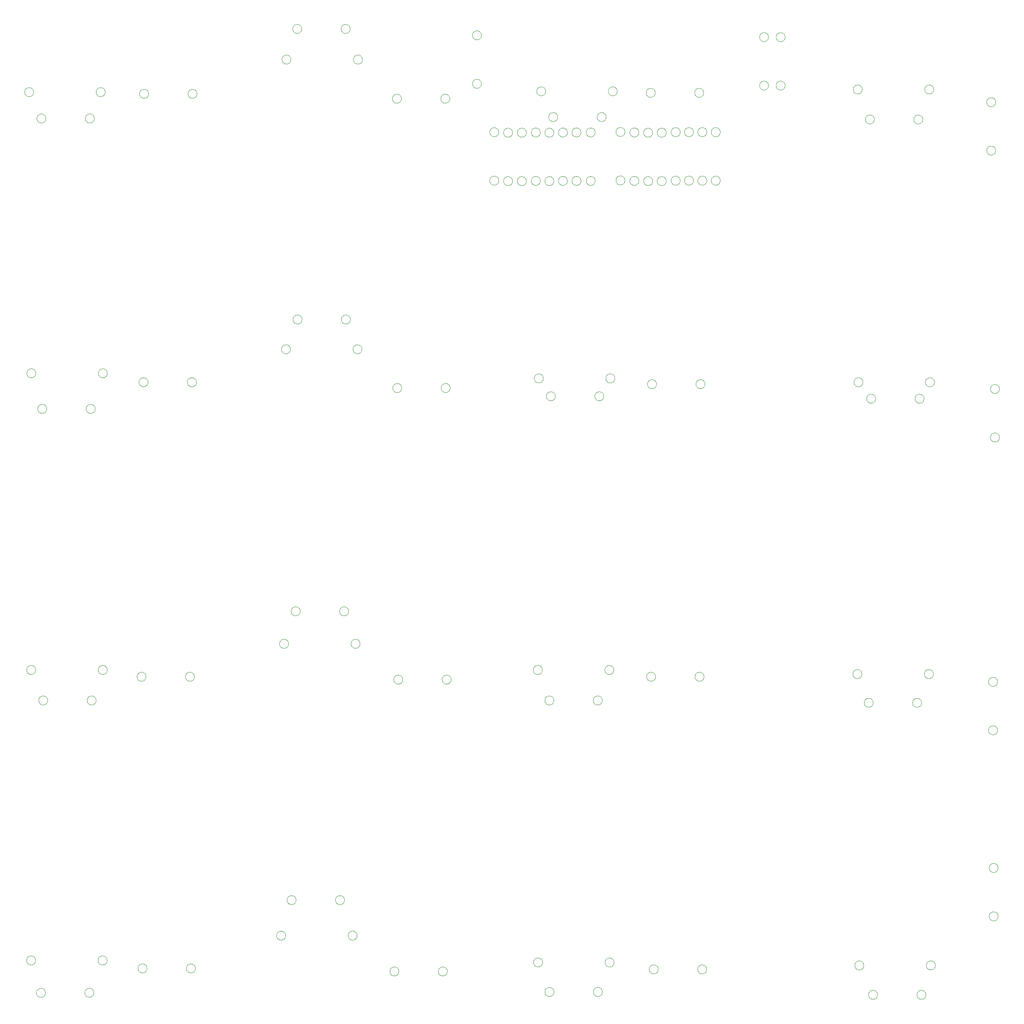
<source format=gbr>
G04 #@! TF.FileFunction,Legend,Bot*
%FSLAX46Y46*%
G04 Gerber Fmt 4.6, Leading zero omitted, Abs format (unit mm)*
G04 Created by KiCad (PCBNEW 0.201502231246+5447~21~ubuntu14.04.1-product) date Thu 19 Mar 2015 19:56:55 AEDT*
%MOMM*%
G01*
G04 APERTURE LIST*
%ADD10C,0.100000*%
G04 APERTURE END LIST*
D10*
X219185890Y-156261000D02*
G75*
G03X219185890Y-156261000I-949490J0D01*
G01*
X229345890Y-156261000D02*
G75*
G03X229345890Y-156261000I-949490J0D01*
G01*
X54899090Y27559000D02*
G75*
G03X54899090Y27559000I-949490J0D01*
G01*
X44739090Y27559000D02*
G75*
G03X44739090Y27559000I-949490J0D01*
G01*
X108569290Y46355000D02*
G75*
G03X108569290Y46355000I-949490J0D01*
G01*
X98409290Y46355000D02*
G75*
G03X98409290Y46355000I-949490J0D01*
G01*
X152104890Y27863800D02*
G75*
G03X152104890Y27863800I-949490J0D01*
G01*
X162264890Y27863800D02*
G75*
G03X162264890Y27863800I-949490J0D01*
G01*
X218525890Y27355800D02*
G75*
G03X218525890Y27355800I-949490J0D01*
G01*
X228685890Y27355800D02*
G75*
G03X228685890Y27355800I-949490J0D01*
G01*
X55076890Y-33350200D02*
G75*
G03X55076890Y-33350200I-949490J0D01*
G01*
X44916890Y-33350200D02*
G75*
G03X44916890Y-33350200I-949490J0D01*
G01*
X108620090Y-14605000D02*
G75*
G03X108620090Y-14605000I-949490J0D01*
G01*
X98460090Y-14605000D02*
G75*
G03X98460090Y-14605000I-949490J0D01*
G01*
X151596890Y-30708600D02*
G75*
G03X151596890Y-30708600I-949490J0D01*
G01*
X161756890Y-30708600D02*
G75*
G03X161756890Y-30708600I-949490J0D01*
G01*
X218779890Y-31216600D02*
G75*
G03X218779890Y-31216600I-949490J0D01*
G01*
X228939890Y-31216600D02*
G75*
G03X228939890Y-31216600I-949490J0D01*
G01*
X55280090Y-94513400D02*
G75*
G03X55280090Y-94513400I-949490J0D01*
G01*
X45120090Y-94513400D02*
G75*
G03X45120090Y-94513400I-949490J0D01*
G01*
X108239090Y-75819000D02*
G75*
G03X108239090Y-75819000I-949490J0D01*
G01*
X98079090Y-75819000D02*
G75*
G03X98079090Y-75819000I-949490J0D01*
G01*
X151291890Y-94513400D02*
G75*
G03X151291890Y-94513400I-949490J0D01*
G01*
X161451890Y-94513400D02*
G75*
G03X161451890Y-94513400I-949490J0D01*
G01*
X218271890Y-94996000D02*
G75*
G03X218271890Y-94996000I-949490J0D01*
G01*
X228431890Y-94996000D02*
G75*
G03X228431890Y-94996000I-949490J0D01*
G01*
X97215490Y-136398000D02*
G75*
G03X97215490Y-136398000I-949490J0D01*
G01*
X107375490Y-136398000D02*
G75*
G03X107375490Y-136398000I-949490J0D01*
G01*
X44637490Y-155829000D02*
G75*
G03X44637490Y-155829000I-949490J0D01*
G01*
X54797490Y-155829000D02*
G75*
G03X54797490Y-155829000I-949490J0D01*
G01*
X161477890Y-155651000D02*
G75*
G03X161477890Y-155651000I-949490J0D01*
G01*
X151317890Y-155651000D02*
G75*
G03X151317890Y-155651000I-949490J0D01*
G01*
X136102890Y34848800D02*
G75*
G03X136102890Y34848800I-949490J0D01*
G01*
X136102890Y45008800D02*
G75*
G03X136102890Y45008800I-949490J0D01*
G01*
X76438290Y32740600D02*
G75*
G03X76438290Y32740600I-949490J0D01*
G01*
X66278290Y32740600D02*
G75*
G03X66278290Y32740600I-949490J0D01*
G01*
X129473490Y31724600D02*
G75*
G03X129473490Y31724600I-949490J0D01*
G01*
X119313490Y31724600D02*
G75*
G03X119313490Y31724600I-949490J0D01*
G01*
X172551890Y32943800D02*
G75*
G03X172551890Y32943800I-949490J0D01*
G01*
X182711890Y32943800D02*
G75*
G03X182711890Y32943800I-949490J0D01*
G01*
X243976890Y20828000D02*
G75*
G03X243976890Y20828000I-949490J0D01*
G01*
X243976890Y30988000D02*
G75*
G03X243976890Y30988000I-949490J0D01*
G01*
X76311290Y-27762200D02*
G75*
G03X76311290Y-27762200I-949490J0D01*
G01*
X66151290Y-27762200D02*
G75*
G03X66151290Y-27762200I-949490J0D01*
G01*
X129549690Y-28981400D02*
G75*
G03X129549690Y-28981400I-949490J0D01*
G01*
X119389690Y-28981400D02*
G75*
G03X119389690Y-28981400I-949490J0D01*
G01*
X172830890Y-28168600D02*
G75*
G03X172830890Y-28168600I-949490J0D01*
G01*
X182990890Y-28168600D02*
G75*
G03X182990890Y-28168600I-949490J0D01*
G01*
X244763890Y-39344600D02*
G75*
G03X244763890Y-39344600I-949490J0D01*
G01*
X244763890Y-29184600D02*
G75*
G03X244763890Y-29184600I-949490J0D01*
G01*
X75904890Y-89535000D02*
G75*
G03X75904890Y-89535000I-949490J0D01*
G01*
X65744890Y-89535000D02*
G75*
G03X65744890Y-89535000I-949490J0D01*
G01*
X129752890Y-90144600D02*
G75*
G03X129752890Y-90144600I-949490J0D01*
G01*
X119592890Y-90144600D02*
G75*
G03X119592890Y-90144600I-949490J0D01*
G01*
X172627890Y-89535000D02*
G75*
G03X172627890Y-89535000I-949490J0D01*
G01*
X182787890Y-89535000D02*
G75*
G03X182787890Y-89535000I-949490J0D01*
G01*
X244357890Y-100761800D02*
G75*
G03X244357890Y-100761800I-949490J0D01*
G01*
X244357890Y-90601800D02*
G75*
G03X244357890Y-90601800I-949490J0D01*
G01*
X76108090Y-150724000D02*
G75*
G03X76108090Y-150724000I-949490J0D01*
G01*
X65948090Y-150724000D02*
G75*
G03X65948090Y-150724000I-949490J0D01*
G01*
X128940090Y-151359000D02*
G75*
G03X128940090Y-151359000I-949490J0D01*
G01*
X118780090Y-151359000D02*
G75*
G03X118780090Y-151359000I-949490J0D01*
G01*
X173186890Y-150927000D02*
G75*
G03X173186890Y-150927000I-949490J0D01*
G01*
X183346890Y-150927000D02*
G75*
G03X183346890Y-150927000I-949490J0D01*
G01*
X244484890Y-129642000D02*
G75*
G03X244484890Y-129642000I-949490J0D01*
G01*
X244484890Y-139802000D02*
G75*
G03X244484890Y-139802000I-949490J0D01*
G01*
X183371890Y24688800D02*
G75*
G03X183371890Y24688800I-949490J0D01*
G01*
X183371890Y14528800D02*
G75*
G03X183371890Y14528800I-949490J0D01*
G01*
X177783890Y24688800D02*
G75*
G03X177783890Y24688800I-949490J0D01*
G01*
X177783890Y14528800D02*
G75*
G03X177783890Y14528800I-949490J0D01*
G01*
X172018890Y24587200D02*
G75*
G03X172018890Y24587200I-949490J0D01*
G01*
X172018890Y14427200D02*
G75*
G03X172018890Y14427200I-949490J0D01*
G01*
X166201890Y24739600D02*
G75*
G03X166201890Y24739600I-949490J0D01*
G01*
X166201890Y14579600D02*
G75*
G03X166201890Y14579600I-949490J0D01*
G01*
X156981890Y24638000D02*
G75*
G03X156981890Y24638000I-949490J0D01*
G01*
X156981890Y14478000D02*
G75*
G03X156981890Y14478000I-949490J0D01*
G01*
X151291890Y24587200D02*
G75*
G03X151291890Y24587200I-949490J0D01*
G01*
X151291890Y14427200D02*
G75*
G03X151291890Y14427200I-949490J0D01*
G01*
X145525890Y24587200D02*
G75*
G03X145525890Y24587200I-949490J0D01*
G01*
X145525890Y14427200D02*
G75*
G03X145525890Y14427200I-949490J0D01*
G01*
X139734890Y24688800D02*
G75*
G03X139734890Y24688800I-949490J0D01*
G01*
X139734890Y14528800D02*
G75*
G03X139734890Y14528800I-949490J0D01*
G01*
X180577890Y24688800D02*
G75*
G03X180577890Y24688800I-949490J0D01*
G01*
X180577890Y14528800D02*
G75*
G03X180577890Y14528800I-949490J0D01*
G01*
X186191890Y24688800D02*
G75*
G03X186191890Y24688800I-949490J0D01*
G01*
X186191890Y14528800D02*
G75*
G03X186191890Y14528800I-949490J0D01*
G01*
X174862890Y24587200D02*
G75*
G03X174862890Y24587200I-949490J0D01*
G01*
X174862890Y14427200D02*
G75*
G03X174862890Y14427200I-949490J0D01*
G01*
X169122890Y24638000D02*
G75*
G03X169122890Y24638000I-949490J0D01*
G01*
X169122890Y14478000D02*
G75*
G03X169122890Y14478000I-949490J0D01*
G01*
X159953890Y24638000D02*
G75*
G03X159953890Y24638000I-949490J0D01*
G01*
X159953890Y14478000D02*
G75*
G03X159953890Y14478000I-949490J0D01*
G01*
X154136890Y24638000D02*
G75*
G03X154136890Y24638000I-949490J0D01*
G01*
X154136890Y14478000D02*
G75*
G03X154136890Y14478000I-949490J0D01*
G01*
X148446890Y24638000D02*
G75*
G03X148446890Y24638000I-949490J0D01*
G01*
X148446890Y14478000D02*
G75*
G03X148446890Y14478000I-949490J0D01*
G01*
X142630890Y24587200D02*
G75*
G03X142630890Y24587200I-949490J0D01*
G01*
X142630890Y14427200D02*
G75*
G03X142630890Y14427200I-949490J0D01*
G01*
X196325890Y44627800D02*
G75*
G03X196325890Y44627800I-949490J0D01*
G01*
X196325890Y34467800D02*
G75*
G03X196325890Y34467800I-949490J0D01*
G01*
X42166690Y33096200D02*
G75*
G03X42166690Y33096200I-949490J0D01*
G01*
X57166690Y33096200D02*
G75*
G03X57166690Y33096200I-949490J0D01*
G01*
X96141690Y39928800D02*
G75*
G03X96141690Y39928800I-949490J0D01*
G01*
X111141690Y39928800D02*
G75*
G03X111141690Y39928800I-949490J0D01*
G01*
X149582890Y33274000D02*
G75*
G03X149582890Y33274000I-949490J0D01*
G01*
X164582890Y33274000D02*
G75*
G03X164582890Y33274000I-949490J0D01*
G01*
X215978890Y33655000D02*
G75*
G03X215978890Y33655000I-949490J0D01*
G01*
X230978890Y33655000D02*
G75*
G03X230978890Y33655000I-949490J0D01*
G01*
X42623890Y-25880000D02*
G75*
G03X42623890Y-25880000I-949490J0D01*
G01*
X57623890Y-25880000D02*
G75*
G03X57623890Y-25880000I-949490J0D01*
G01*
X96040090Y-20853400D02*
G75*
G03X96040090Y-20853400I-949490J0D01*
G01*
X111040090Y-20853400D02*
G75*
G03X111040090Y-20853400I-949490J0D01*
G01*
X149074890Y-26949400D02*
G75*
G03X149074890Y-26949400I-949490J0D01*
G01*
X164074890Y-26949400D02*
G75*
G03X164074890Y-26949400I-949490J0D01*
G01*
X216130890Y-27762200D02*
G75*
G03X216130890Y-27762200I-949490J0D01*
G01*
X231130890Y-27762200D02*
G75*
G03X231130890Y-27762200I-949490J0D01*
G01*
X42598490Y-88112600D02*
G75*
G03X42598490Y-88112600I-949490J0D01*
G01*
X57598490Y-88112600D02*
G75*
G03X57598490Y-88112600I-949490J0D01*
G01*
X95633690Y-82626200D02*
G75*
G03X95633690Y-82626200I-949490J0D01*
G01*
X110633690Y-82626200D02*
G75*
G03X110633690Y-82626200I-949490J0D01*
G01*
X148871890Y-88112600D02*
G75*
G03X148871890Y-88112600I-949490J0D01*
G01*
X163871890Y-88112600D02*
G75*
G03X163871890Y-88112600I-949490J0D01*
G01*
X215902890Y-88976200D02*
G75*
G03X215902890Y-88976200I-949490J0D01*
G01*
X230902890Y-88976200D02*
G75*
G03X230902890Y-88976200I-949490J0D01*
G01*
X42573090Y-149047000D02*
G75*
G03X42573090Y-149047000I-949490J0D01*
G01*
X57573090Y-149047000D02*
G75*
G03X57573090Y-149047000I-949490J0D01*
G01*
X95024090Y-143840000D02*
G75*
G03X95024090Y-143840000I-949490J0D01*
G01*
X110024090Y-143840000D02*
G75*
G03X110024090Y-143840000I-949490J0D01*
G01*
X148922890Y-149479000D02*
G75*
G03X148922890Y-149479000I-949490J0D01*
G01*
X163922890Y-149479000D02*
G75*
G03X163922890Y-149479000I-949490J0D01*
G01*
X216308890Y-150089000D02*
G75*
G03X216308890Y-150089000I-949490J0D01*
G01*
X231308890Y-150089000D02*
G75*
G03X231308890Y-150089000I-949490J0D01*
G01*
X199805890Y34467800D02*
G75*
G03X199805890Y34467800I-949490J0D01*
G01*
X199805890Y44627800D02*
G75*
G03X199805890Y44627800I-949490J0D01*
G01*
M02*

</source>
